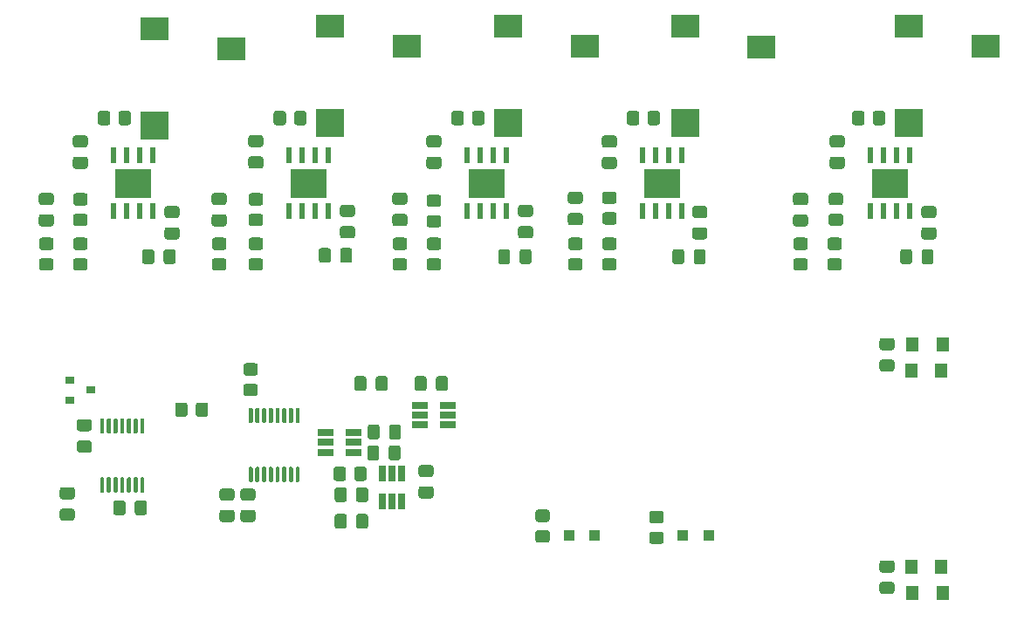
<source format=gbr>
%TF.GenerationSoftware,KiCad,Pcbnew,(5.1.6)-1*%
%TF.CreationDate,2020-11-12T20:03:02-08:00*%
%TF.ProjectId,piezodriver,7069657a-6f64-4726-9976-65722e6b6963,rev?*%
%TF.SameCoordinates,Original*%
%TF.FileFunction,Paste,Top*%
%TF.FilePolarity,Positive*%
%FSLAX46Y46*%
G04 Gerber Fmt 4.6, Leading zero omitted, Abs format (unit mm)*
G04 Created by KiCad (PCBNEW (5.1.6)-1) date 2020-11-12 20:03:02*
%MOMM*%
%LPD*%
G01*
G04 APERTURE LIST*
%ADD10C,0.010000*%
%ADD11R,0.600000X1.550000*%
%ADD12R,1.560000X0.650000*%
%ADD13R,0.650000X1.560000*%
%ADD14R,0.900000X0.800000*%
%ADD15R,2.800000X2.800000*%
%ADD16R,2.800000X2.200000*%
%ADD17R,1.000000X1.000000*%
%ADD18R,1.300000X1.400000*%
G04 APERTURE END LIST*
D10*
%TO.C,U10*%
G36*
X285066000Y-28279000D02*
G01*
X285066000Y-25569000D01*
X288466000Y-25569000D01*
X288466000Y-28279000D01*
X285066000Y-28279000D01*
G37*
X285066000Y-28279000D02*
X285066000Y-25569000D01*
X288466000Y-25569000D01*
X288466000Y-28279000D01*
X285066000Y-28279000D01*
%TO.C,U11*%
G36*
X262968000Y-28279000D02*
G01*
X262968000Y-25569000D01*
X266368000Y-25569000D01*
X266368000Y-28279000D01*
X262968000Y-28279000D01*
G37*
X262968000Y-28279000D02*
X262968000Y-25569000D01*
X266368000Y-25569000D01*
X266368000Y-28279000D01*
X262968000Y-28279000D01*
%TO.C,U9*%
G36*
X245950000Y-28279000D02*
G01*
X245950000Y-25569000D01*
X249350000Y-25569000D01*
X249350000Y-28279000D01*
X245950000Y-28279000D01*
G37*
X245950000Y-28279000D02*
X245950000Y-25569000D01*
X249350000Y-25569000D01*
X249350000Y-28279000D01*
X245950000Y-28279000D01*
%TO.C,U8*%
G36*
X228678000Y-28279000D02*
G01*
X228678000Y-25569000D01*
X232078000Y-25569000D01*
X232078000Y-28279000D01*
X228678000Y-28279000D01*
G37*
X228678000Y-28279000D02*
X228678000Y-25569000D01*
X232078000Y-25569000D01*
X232078000Y-28279000D01*
X228678000Y-28279000D01*
%TO.C,U7*%
G36*
X211660000Y-28279000D02*
G01*
X211660000Y-25569000D01*
X215060000Y-25569000D01*
X215060000Y-28279000D01*
X211660000Y-28279000D01*
G37*
X211660000Y-28279000D02*
X211660000Y-25569000D01*
X215060000Y-25569000D01*
X215060000Y-28279000D01*
X211660000Y-28279000D01*
%TD*%
D11*
%TO.C,U10*%
X284861000Y-24224000D03*
X286131000Y-24224000D03*
X287401000Y-24224000D03*
X288671000Y-24224000D03*
X288671000Y-29624000D03*
X287401000Y-29624000D03*
X286131000Y-29624000D03*
X284861000Y-29624000D03*
%TD*%
%TO.C,U11*%
X262763000Y-24224000D03*
X264033000Y-24224000D03*
X265303000Y-24224000D03*
X266573000Y-24224000D03*
X266573000Y-29624000D03*
X265303000Y-29624000D03*
X264033000Y-29624000D03*
X262763000Y-29624000D03*
%TD*%
%TO.C,U9*%
X245745000Y-24224000D03*
X247015000Y-24224000D03*
X248285000Y-24224000D03*
X249555000Y-24224000D03*
X249555000Y-29624000D03*
X248285000Y-29624000D03*
X247015000Y-29624000D03*
X245745000Y-29624000D03*
%TD*%
%TO.C,U8*%
X228473000Y-24224000D03*
X229743000Y-24224000D03*
X231013000Y-24224000D03*
X232283000Y-24224000D03*
X232283000Y-29624000D03*
X231013000Y-29624000D03*
X229743000Y-29624000D03*
X228473000Y-29624000D03*
%TD*%
%TO.C,U7*%
X211455000Y-24224000D03*
X212725000Y-24224000D03*
X213995000Y-24224000D03*
X215265000Y-24224000D03*
X215265000Y-29624000D03*
X213995000Y-29624000D03*
X212725000Y-29624000D03*
X211455000Y-29624000D03*
%TD*%
D12*
%TO.C,U6*%
X234776000Y-52070000D03*
X234776000Y-51120000D03*
X234776000Y-53020000D03*
X232076000Y-53020000D03*
X232076000Y-52070000D03*
X232076000Y-51120000D03*
%TD*%
%TO.C,C40*%
G36*
G01*
X238172500Y-53561000D02*
X238172500Y-52611000D01*
G75*
G02*
X238422500Y-52361000I250000J0D01*
G01*
X239097500Y-52361000D01*
G75*
G02*
X239347500Y-52611000I0J-250000D01*
G01*
X239347500Y-53561000D01*
G75*
G02*
X239097500Y-53811000I-250000J0D01*
G01*
X238422500Y-53811000D01*
G75*
G02*
X238172500Y-53561000I0J250000D01*
G01*
G37*
G36*
G01*
X236097500Y-53561000D02*
X236097500Y-52611000D01*
G75*
G02*
X236347500Y-52361000I250000J0D01*
G01*
X237022500Y-52361000D01*
G75*
G02*
X237272500Y-52611000I0J-250000D01*
G01*
X237272500Y-53561000D01*
G75*
G02*
X237022500Y-53811000I-250000J0D01*
G01*
X236347500Y-53811000D01*
G75*
G02*
X236097500Y-53561000I0J250000D01*
G01*
G37*
%TD*%
%TO.C,C19*%
G36*
G01*
X237315500Y-50579000D02*
X237315500Y-51529000D01*
G75*
G02*
X237065500Y-51779000I-250000J0D01*
G01*
X236390500Y-51779000D01*
G75*
G02*
X236140500Y-51529000I0J250000D01*
G01*
X236140500Y-50579000D01*
G75*
G02*
X236390500Y-50329000I250000J0D01*
G01*
X237065500Y-50329000D01*
G75*
G02*
X237315500Y-50579000I0J-250000D01*
G01*
G37*
G36*
G01*
X239390500Y-50579000D02*
X239390500Y-51529000D01*
G75*
G02*
X239140500Y-51779000I-250000J0D01*
G01*
X238465500Y-51779000D01*
G75*
G02*
X238215500Y-51529000I0J250000D01*
G01*
X238215500Y-50579000D01*
G75*
G02*
X238465500Y-50329000I250000J0D01*
G01*
X239140500Y-50329000D01*
G75*
G02*
X239390500Y-50579000I0J-250000D01*
G01*
G37*
%TD*%
%TO.C,R25*%
G36*
G01*
X259137999Y-29721000D02*
X260038001Y-29721000D01*
G75*
G02*
X260288000Y-29970999I0J-249999D01*
G01*
X260288000Y-30671001D01*
G75*
G02*
X260038001Y-30921000I-249999J0D01*
G01*
X259137999Y-30921000D01*
G75*
G02*
X258888000Y-30671001I0J249999D01*
G01*
X258888000Y-29970999D01*
G75*
G02*
X259137999Y-29721000I249999J0D01*
G01*
G37*
G36*
G01*
X259137999Y-27721000D02*
X260038001Y-27721000D01*
G75*
G02*
X260288000Y-27970999I0J-249999D01*
G01*
X260288000Y-28671001D01*
G75*
G02*
X260038001Y-28921000I-249999J0D01*
G01*
X259137999Y-28921000D01*
G75*
G02*
X258888000Y-28671001I0J249999D01*
G01*
X258888000Y-27970999D01*
G75*
G02*
X259137999Y-27721000I249999J0D01*
G01*
G37*
%TD*%
%TO.C,R24*%
G36*
G01*
X255835999Y-34182000D02*
X256736001Y-34182000D01*
G75*
G02*
X256986000Y-34431999I0J-249999D01*
G01*
X256986000Y-35132001D01*
G75*
G02*
X256736001Y-35382000I-249999J0D01*
G01*
X255835999Y-35382000D01*
G75*
G02*
X255586000Y-35132001I0J249999D01*
G01*
X255586000Y-34431999D01*
G75*
G02*
X255835999Y-34182000I249999J0D01*
G01*
G37*
G36*
G01*
X255835999Y-32182000D02*
X256736001Y-32182000D01*
G75*
G02*
X256986000Y-32431999I0J-249999D01*
G01*
X256986000Y-33132001D01*
G75*
G02*
X256736001Y-33382000I-249999J0D01*
G01*
X255835999Y-33382000D01*
G75*
G02*
X255586000Y-33132001I0J249999D01*
G01*
X255586000Y-32431999D01*
G75*
G02*
X255835999Y-32182000I249999J0D01*
G01*
G37*
%TD*%
%TO.C,R23*%
G36*
G01*
X262490000Y-20123999D02*
X262490000Y-21024001D01*
G75*
G02*
X262240001Y-21274000I-249999J0D01*
G01*
X261539999Y-21274000D01*
G75*
G02*
X261290000Y-21024001I0J249999D01*
G01*
X261290000Y-20123999D01*
G75*
G02*
X261539999Y-19874000I249999J0D01*
G01*
X262240001Y-19874000D01*
G75*
G02*
X262490000Y-20123999I0J-249999D01*
G01*
G37*
G36*
G01*
X264490000Y-20123999D02*
X264490000Y-21024001D01*
G75*
G02*
X264240001Y-21274000I-249999J0D01*
G01*
X263539999Y-21274000D01*
G75*
G02*
X263290000Y-21024001I0J249999D01*
G01*
X263290000Y-20123999D01*
G75*
G02*
X263539999Y-19874000I249999J0D01*
G01*
X264240001Y-19874000D01*
G75*
G02*
X264490000Y-20123999I0J-249999D01*
G01*
G37*
%TD*%
%TO.C,R22*%
G36*
G01*
X259137999Y-34182000D02*
X260038001Y-34182000D01*
G75*
G02*
X260288000Y-34431999I0J-249999D01*
G01*
X260288000Y-35132001D01*
G75*
G02*
X260038001Y-35382000I-249999J0D01*
G01*
X259137999Y-35382000D01*
G75*
G02*
X258888000Y-35132001I0J249999D01*
G01*
X258888000Y-34431999D01*
G75*
G02*
X259137999Y-34182000I249999J0D01*
G01*
G37*
G36*
G01*
X259137999Y-32182000D02*
X260038001Y-32182000D01*
G75*
G02*
X260288000Y-32431999I0J-249999D01*
G01*
X260288000Y-33132001D01*
G75*
G02*
X260038001Y-33382000I-249999J0D01*
G01*
X259137999Y-33382000D01*
G75*
G02*
X258888000Y-33132001I0J249999D01*
G01*
X258888000Y-32431999D01*
G75*
G02*
X259137999Y-32182000I249999J0D01*
G01*
G37*
%TD*%
%TO.C,R21*%
G36*
G01*
X281108999Y-29848000D02*
X282009001Y-29848000D01*
G75*
G02*
X282259000Y-30097999I0J-249999D01*
G01*
X282259000Y-30798001D01*
G75*
G02*
X282009001Y-31048000I-249999J0D01*
G01*
X281108999Y-31048000D01*
G75*
G02*
X280859000Y-30798001I0J249999D01*
G01*
X280859000Y-30097999D01*
G75*
G02*
X281108999Y-29848000I249999J0D01*
G01*
G37*
G36*
G01*
X281108999Y-27848000D02*
X282009001Y-27848000D01*
G75*
G02*
X282259000Y-28097999I0J-249999D01*
G01*
X282259000Y-28798001D01*
G75*
G02*
X282009001Y-29048000I-249999J0D01*
G01*
X281108999Y-29048000D01*
G75*
G02*
X280859000Y-28798001I0J249999D01*
G01*
X280859000Y-28097999D01*
G75*
G02*
X281108999Y-27848000I249999J0D01*
G01*
G37*
%TD*%
%TO.C,R20*%
G36*
G01*
X277679999Y-34182000D02*
X278580001Y-34182000D01*
G75*
G02*
X278830000Y-34431999I0J-249999D01*
G01*
X278830000Y-35132001D01*
G75*
G02*
X278580001Y-35382000I-249999J0D01*
G01*
X277679999Y-35382000D01*
G75*
G02*
X277430000Y-35132001I0J249999D01*
G01*
X277430000Y-34431999D01*
G75*
G02*
X277679999Y-34182000I249999J0D01*
G01*
G37*
G36*
G01*
X277679999Y-32182000D02*
X278580001Y-32182000D01*
G75*
G02*
X278830000Y-32431999I0J-249999D01*
G01*
X278830000Y-33132001D01*
G75*
G02*
X278580001Y-33382000I-249999J0D01*
G01*
X277679999Y-33382000D01*
G75*
G02*
X277430000Y-33132001I0J249999D01*
G01*
X277430000Y-32431999D01*
G75*
G02*
X277679999Y-32182000I249999J0D01*
G01*
G37*
%TD*%
%TO.C,R19*%
G36*
G01*
X284334000Y-20123999D02*
X284334000Y-21024001D01*
G75*
G02*
X284084001Y-21274000I-249999J0D01*
G01*
X283383999Y-21274000D01*
G75*
G02*
X283134000Y-21024001I0J249999D01*
G01*
X283134000Y-20123999D01*
G75*
G02*
X283383999Y-19874000I249999J0D01*
G01*
X284084001Y-19874000D01*
G75*
G02*
X284334000Y-20123999I0J-249999D01*
G01*
G37*
G36*
G01*
X286334000Y-20123999D02*
X286334000Y-21024001D01*
G75*
G02*
X286084001Y-21274000I-249999J0D01*
G01*
X285383999Y-21274000D01*
G75*
G02*
X285134000Y-21024001I0J249999D01*
G01*
X285134000Y-20123999D01*
G75*
G02*
X285383999Y-19874000I249999J0D01*
G01*
X286084001Y-19874000D01*
G75*
G02*
X286334000Y-20123999I0J-249999D01*
G01*
G37*
%TD*%
%TO.C,R18*%
G36*
G01*
X280981999Y-34182000D02*
X281882001Y-34182000D01*
G75*
G02*
X282132000Y-34431999I0J-249999D01*
G01*
X282132000Y-35132001D01*
G75*
G02*
X281882001Y-35382000I-249999J0D01*
G01*
X280981999Y-35382000D01*
G75*
G02*
X280732000Y-35132001I0J249999D01*
G01*
X280732000Y-34431999D01*
G75*
G02*
X280981999Y-34182000I249999J0D01*
G01*
G37*
G36*
G01*
X280981999Y-32182000D02*
X281882001Y-32182000D01*
G75*
G02*
X282132000Y-32431999I0J-249999D01*
G01*
X282132000Y-33132001D01*
G75*
G02*
X281882001Y-33382000I-249999J0D01*
G01*
X280981999Y-33382000D01*
G75*
G02*
X280732000Y-33132001I0J249999D01*
G01*
X280732000Y-32431999D01*
G75*
G02*
X280981999Y-32182000I249999J0D01*
G01*
G37*
%TD*%
%TO.C,R17*%
G36*
G01*
X242119999Y-30007000D02*
X243020001Y-30007000D01*
G75*
G02*
X243270000Y-30256999I0J-249999D01*
G01*
X243270000Y-30957001D01*
G75*
G02*
X243020001Y-31207000I-249999J0D01*
G01*
X242119999Y-31207000D01*
G75*
G02*
X241870000Y-30957001I0J249999D01*
G01*
X241870000Y-30256999D01*
G75*
G02*
X242119999Y-30007000I249999J0D01*
G01*
G37*
G36*
G01*
X242119999Y-28007000D02*
X243020001Y-28007000D01*
G75*
G02*
X243270000Y-28256999I0J-249999D01*
G01*
X243270000Y-28957001D01*
G75*
G02*
X243020001Y-29207000I-249999J0D01*
G01*
X242119999Y-29207000D01*
G75*
G02*
X241870000Y-28957001I0J249999D01*
G01*
X241870000Y-28256999D01*
G75*
G02*
X242119999Y-28007000I249999J0D01*
G01*
G37*
%TD*%
%TO.C,R16*%
G36*
G01*
X238817999Y-34182000D02*
X239718001Y-34182000D01*
G75*
G02*
X239968000Y-34431999I0J-249999D01*
G01*
X239968000Y-35132001D01*
G75*
G02*
X239718001Y-35382000I-249999J0D01*
G01*
X238817999Y-35382000D01*
G75*
G02*
X238568000Y-35132001I0J249999D01*
G01*
X238568000Y-34431999D01*
G75*
G02*
X238817999Y-34182000I249999J0D01*
G01*
G37*
G36*
G01*
X238817999Y-32182000D02*
X239718001Y-32182000D01*
G75*
G02*
X239968000Y-32431999I0J-249999D01*
G01*
X239968000Y-33132001D01*
G75*
G02*
X239718001Y-33382000I-249999J0D01*
G01*
X238817999Y-33382000D01*
G75*
G02*
X238568000Y-33132001I0J249999D01*
G01*
X238568000Y-32431999D01*
G75*
G02*
X238817999Y-32182000I249999J0D01*
G01*
G37*
%TD*%
%TO.C,R15*%
G36*
G01*
X245472000Y-20123999D02*
X245472000Y-21024001D01*
G75*
G02*
X245222001Y-21274000I-249999J0D01*
G01*
X244521999Y-21274000D01*
G75*
G02*
X244272000Y-21024001I0J249999D01*
G01*
X244272000Y-20123999D01*
G75*
G02*
X244521999Y-19874000I249999J0D01*
G01*
X245222001Y-19874000D01*
G75*
G02*
X245472000Y-20123999I0J-249999D01*
G01*
G37*
G36*
G01*
X247472000Y-20123999D02*
X247472000Y-21024001D01*
G75*
G02*
X247222001Y-21274000I-249999J0D01*
G01*
X246521999Y-21274000D01*
G75*
G02*
X246272000Y-21024001I0J249999D01*
G01*
X246272000Y-20123999D01*
G75*
G02*
X246521999Y-19874000I249999J0D01*
G01*
X247222001Y-19874000D01*
G75*
G02*
X247472000Y-20123999I0J-249999D01*
G01*
G37*
%TD*%
%TO.C,R14*%
G36*
G01*
X242119999Y-34182000D02*
X243020001Y-34182000D01*
G75*
G02*
X243270000Y-34431999I0J-249999D01*
G01*
X243270000Y-35132001D01*
G75*
G02*
X243020001Y-35382000I-249999J0D01*
G01*
X242119999Y-35382000D01*
G75*
G02*
X241870000Y-35132001I0J249999D01*
G01*
X241870000Y-34431999D01*
G75*
G02*
X242119999Y-34182000I249999J0D01*
G01*
G37*
G36*
G01*
X242119999Y-32182000D02*
X243020001Y-32182000D01*
G75*
G02*
X243270000Y-32431999I0J-249999D01*
G01*
X243270000Y-33132001D01*
G75*
G02*
X243020001Y-33382000I-249999J0D01*
G01*
X242119999Y-33382000D01*
G75*
G02*
X241870000Y-33132001I0J249999D01*
G01*
X241870000Y-32431999D01*
G75*
G02*
X242119999Y-32182000I249999J0D01*
G01*
G37*
%TD*%
%TO.C,R13*%
G36*
G01*
X224847999Y-29864000D02*
X225748001Y-29864000D01*
G75*
G02*
X225998000Y-30113999I0J-249999D01*
G01*
X225998000Y-30814001D01*
G75*
G02*
X225748001Y-31064000I-249999J0D01*
G01*
X224847999Y-31064000D01*
G75*
G02*
X224598000Y-30814001I0J249999D01*
G01*
X224598000Y-30113999D01*
G75*
G02*
X224847999Y-29864000I249999J0D01*
G01*
G37*
G36*
G01*
X224847999Y-27864000D02*
X225748001Y-27864000D01*
G75*
G02*
X225998000Y-28113999I0J-249999D01*
G01*
X225998000Y-28814001D01*
G75*
G02*
X225748001Y-29064000I-249999J0D01*
G01*
X224847999Y-29064000D01*
G75*
G02*
X224598000Y-28814001I0J249999D01*
G01*
X224598000Y-28113999D01*
G75*
G02*
X224847999Y-27864000I249999J0D01*
G01*
G37*
%TD*%
%TO.C,R12*%
G36*
G01*
X221291999Y-34182000D02*
X222192001Y-34182000D01*
G75*
G02*
X222442000Y-34431999I0J-249999D01*
G01*
X222442000Y-35132001D01*
G75*
G02*
X222192001Y-35382000I-249999J0D01*
G01*
X221291999Y-35382000D01*
G75*
G02*
X221042000Y-35132001I0J249999D01*
G01*
X221042000Y-34431999D01*
G75*
G02*
X221291999Y-34182000I249999J0D01*
G01*
G37*
G36*
G01*
X221291999Y-32182000D02*
X222192001Y-32182000D01*
G75*
G02*
X222442000Y-32431999I0J-249999D01*
G01*
X222442000Y-33132001D01*
G75*
G02*
X222192001Y-33382000I-249999J0D01*
G01*
X221291999Y-33382000D01*
G75*
G02*
X221042000Y-33132001I0J249999D01*
G01*
X221042000Y-32431999D01*
G75*
G02*
X221291999Y-32182000I249999J0D01*
G01*
G37*
%TD*%
%TO.C,R11*%
G36*
G01*
X228216000Y-20123999D02*
X228216000Y-21024001D01*
G75*
G02*
X227966001Y-21274000I-249999J0D01*
G01*
X227265999Y-21274000D01*
G75*
G02*
X227016000Y-21024001I0J249999D01*
G01*
X227016000Y-20123999D01*
G75*
G02*
X227265999Y-19874000I249999J0D01*
G01*
X227966001Y-19874000D01*
G75*
G02*
X228216000Y-20123999I0J-249999D01*
G01*
G37*
G36*
G01*
X230216000Y-20123999D02*
X230216000Y-21024001D01*
G75*
G02*
X229966001Y-21274000I-249999J0D01*
G01*
X229265999Y-21274000D01*
G75*
G02*
X229016000Y-21024001I0J249999D01*
G01*
X229016000Y-20123999D01*
G75*
G02*
X229265999Y-19874000I249999J0D01*
G01*
X229966001Y-19874000D01*
G75*
G02*
X230216000Y-20123999I0J-249999D01*
G01*
G37*
%TD*%
%TO.C,R10*%
G36*
G01*
X224847999Y-34182000D02*
X225748001Y-34182000D01*
G75*
G02*
X225998000Y-34431999I0J-249999D01*
G01*
X225998000Y-35132001D01*
G75*
G02*
X225748001Y-35382000I-249999J0D01*
G01*
X224847999Y-35382000D01*
G75*
G02*
X224598000Y-35132001I0J249999D01*
G01*
X224598000Y-34431999D01*
G75*
G02*
X224847999Y-34182000I249999J0D01*
G01*
G37*
G36*
G01*
X224847999Y-32182000D02*
X225748001Y-32182000D01*
G75*
G02*
X225998000Y-32431999I0J-249999D01*
G01*
X225998000Y-33132001D01*
G75*
G02*
X225748001Y-33382000I-249999J0D01*
G01*
X224847999Y-33382000D01*
G75*
G02*
X224598000Y-33132001I0J249999D01*
G01*
X224598000Y-32431999D01*
G75*
G02*
X224847999Y-32182000I249999J0D01*
G01*
G37*
%TD*%
%TO.C,R9*%
G36*
G01*
X207829999Y-29864000D02*
X208730001Y-29864000D01*
G75*
G02*
X208980000Y-30113999I0J-249999D01*
G01*
X208980000Y-30814001D01*
G75*
G02*
X208730001Y-31064000I-249999J0D01*
G01*
X207829999Y-31064000D01*
G75*
G02*
X207580000Y-30814001I0J249999D01*
G01*
X207580000Y-30113999D01*
G75*
G02*
X207829999Y-29864000I249999J0D01*
G01*
G37*
G36*
G01*
X207829999Y-27864000D02*
X208730001Y-27864000D01*
G75*
G02*
X208980000Y-28113999I0J-249999D01*
G01*
X208980000Y-28814001D01*
G75*
G02*
X208730001Y-29064000I-249999J0D01*
G01*
X207829999Y-29064000D01*
G75*
G02*
X207580000Y-28814001I0J249999D01*
G01*
X207580000Y-28113999D01*
G75*
G02*
X207829999Y-27864000I249999J0D01*
G01*
G37*
%TD*%
%TO.C,R8*%
G36*
G01*
X204527999Y-34182000D02*
X205428001Y-34182000D01*
G75*
G02*
X205678000Y-34431999I0J-249999D01*
G01*
X205678000Y-35132001D01*
G75*
G02*
X205428001Y-35382000I-249999J0D01*
G01*
X204527999Y-35382000D01*
G75*
G02*
X204278000Y-35132001I0J249999D01*
G01*
X204278000Y-34431999D01*
G75*
G02*
X204527999Y-34182000I249999J0D01*
G01*
G37*
G36*
G01*
X204527999Y-32182000D02*
X205428001Y-32182000D01*
G75*
G02*
X205678000Y-32431999I0J-249999D01*
G01*
X205678000Y-33132001D01*
G75*
G02*
X205428001Y-33382000I-249999J0D01*
G01*
X204527999Y-33382000D01*
G75*
G02*
X204278000Y-33132001I0J249999D01*
G01*
X204278000Y-32431999D01*
G75*
G02*
X204527999Y-32182000I249999J0D01*
G01*
G37*
%TD*%
%TO.C,R7*%
G36*
G01*
X211182000Y-20123999D02*
X211182000Y-21024001D01*
G75*
G02*
X210932001Y-21274000I-249999J0D01*
G01*
X210231999Y-21274000D01*
G75*
G02*
X209982000Y-21024001I0J249999D01*
G01*
X209982000Y-20123999D01*
G75*
G02*
X210231999Y-19874000I249999J0D01*
G01*
X210932001Y-19874000D01*
G75*
G02*
X211182000Y-20123999I0J-249999D01*
G01*
G37*
G36*
G01*
X213182000Y-20123999D02*
X213182000Y-21024001D01*
G75*
G02*
X212932001Y-21274000I-249999J0D01*
G01*
X212231999Y-21274000D01*
G75*
G02*
X211982000Y-21024001I0J249999D01*
G01*
X211982000Y-20123999D01*
G75*
G02*
X212231999Y-19874000I249999J0D01*
G01*
X212932001Y-19874000D01*
G75*
G02*
X213182000Y-20123999I0J-249999D01*
G01*
G37*
%TD*%
%TO.C,R6*%
G36*
G01*
X207829999Y-34182000D02*
X208730001Y-34182000D01*
G75*
G02*
X208980000Y-34431999I0J-249999D01*
G01*
X208980000Y-35132001D01*
G75*
G02*
X208730001Y-35382000I-249999J0D01*
G01*
X207829999Y-35382000D01*
G75*
G02*
X207580000Y-35132001I0J249999D01*
G01*
X207580000Y-34431999D01*
G75*
G02*
X207829999Y-34182000I249999J0D01*
G01*
G37*
G36*
G01*
X207829999Y-32182000D02*
X208730001Y-32182000D01*
G75*
G02*
X208980000Y-32431999I0J-249999D01*
G01*
X208980000Y-33132001D01*
G75*
G02*
X208730001Y-33382000I-249999J0D01*
G01*
X207829999Y-33382000D01*
G75*
G02*
X207580000Y-33132001I0J249999D01*
G01*
X207580000Y-32431999D01*
G75*
G02*
X207829999Y-32182000I249999J0D01*
G01*
G37*
%TD*%
%TO.C,C17*%
G36*
G01*
X235019000Y-60203000D02*
X235019000Y-59253000D01*
G75*
G02*
X235269000Y-59003000I250000J0D01*
G01*
X235944000Y-59003000D01*
G75*
G02*
X236194000Y-59253000I0J-250000D01*
G01*
X236194000Y-60203000D01*
G75*
G02*
X235944000Y-60453000I-250000J0D01*
G01*
X235269000Y-60453000D01*
G75*
G02*
X235019000Y-60203000I0J250000D01*
G01*
G37*
G36*
G01*
X232944000Y-60203000D02*
X232944000Y-59253000D01*
G75*
G02*
X233194000Y-59003000I250000J0D01*
G01*
X233869000Y-59003000D01*
G75*
G02*
X234119000Y-59253000I0J-250000D01*
G01*
X234119000Y-60203000D01*
G75*
G02*
X233869000Y-60453000I-250000J0D01*
G01*
X233194000Y-60453000D01*
G75*
G02*
X232944000Y-60203000I0J250000D01*
G01*
G37*
%TD*%
%TO.C,C16*%
G36*
G01*
X241333000Y-56330000D02*
X242283000Y-56330000D01*
G75*
G02*
X242533000Y-56580000I0J-250000D01*
G01*
X242533000Y-57255000D01*
G75*
G02*
X242283000Y-57505000I-250000J0D01*
G01*
X241333000Y-57505000D01*
G75*
G02*
X241083000Y-57255000I0J250000D01*
G01*
X241083000Y-56580000D01*
G75*
G02*
X241333000Y-56330000I250000J0D01*
G01*
G37*
G36*
G01*
X241333000Y-54255000D02*
X242283000Y-54255000D01*
G75*
G02*
X242533000Y-54505000I0J-250000D01*
G01*
X242533000Y-55180000D01*
G75*
G02*
X242283000Y-55430000I-250000J0D01*
G01*
X241333000Y-55430000D01*
G75*
G02*
X241083000Y-55180000I0J250000D01*
G01*
X241083000Y-54505000D01*
G75*
G02*
X241333000Y-54255000I250000J0D01*
G01*
G37*
%TD*%
%TO.C,C15*%
G36*
G01*
X235019000Y-57625000D02*
X235019000Y-56675000D01*
G75*
G02*
X235269000Y-56425000I250000J0D01*
G01*
X235944000Y-56425000D01*
G75*
G02*
X236194000Y-56675000I0J-250000D01*
G01*
X236194000Y-57625000D01*
G75*
G02*
X235944000Y-57875000I-250000J0D01*
G01*
X235269000Y-57875000D01*
G75*
G02*
X235019000Y-57625000I0J250000D01*
G01*
G37*
G36*
G01*
X232944000Y-57625000D02*
X232944000Y-56675000D01*
G75*
G02*
X233194000Y-56425000I250000J0D01*
G01*
X233869000Y-56425000D01*
G75*
G02*
X234119000Y-56675000I0J-250000D01*
G01*
X234119000Y-57625000D01*
G75*
G02*
X233869000Y-57875000I-250000J0D01*
G01*
X233194000Y-57875000D01*
G75*
G02*
X232944000Y-57625000I0J250000D01*
G01*
G37*
%TD*%
%TO.C,C14*%
G36*
G01*
X224061000Y-58616000D02*
X225011000Y-58616000D01*
G75*
G02*
X225261000Y-58866000I0J-250000D01*
G01*
X225261000Y-59541000D01*
G75*
G02*
X225011000Y-59791000I-250000J0D01*
G01*
X224061000Y-59791000D01*
G75*
G02*
X223811000Y-59541000I0J250000D01*
G01*
X223811000Y-58866000D01*
G75*
G02*
X224061000Y-58616000I250000J0D01*
G01*
G37*
G36*
G01*
X224061000Y-56541000D02*
X225011000Y-56541000D01*
G75*
G02*
X225261000Y-56791000I0J-250000D01*
G01*
X225261000Y-57466000D01*
G75*
G02*
X225011000Y-57716000I-250000J0D01*
G01*
X224061000Y-57716000D01*
G75*
G02*
X223811000Y-57466000I0J250000D01*
G01*
X223811000Y-56791000D01*
G75*
G02*
X224061000Y-56541000I250000J0D01*
G01*
G37*
%TD*%
%TO.C,C13*%
G36*
G01*
X222029000Y-58616000D02*
X222979000Y-58616000D01*
G75*
G02*
X223229000Y-58866000I0J-250000D01*
G01*
X223229000Y-59541000D01*
G75*
G02*
X222979000Y-59791000I-250000J0D01*
G01*
X222029000Y-59791000D01*
G75*
G02*
X221779000Y-59541000I0J250000D01*
G01*
X221779000Y-58866000D01*
G75*
G02*
X222029000Y-58616000I250000J0D01*
G01*
G37*
G36*
G01*
X222029000Y-56541000D02*
X222979000Y-56541000D01*
G75*
G02*
X223229000Y-56791000I0J-250000D01*
G01*
X223229000Y-57466000D01*
G75*
G02*
X222979000Y-57716000I-250000J0D01*
G01*
X222029000Y-57716000D01*
G75*
G02*
X221779000Y-57466000I0J250000D01*
G01*
X221779000Y-56791000D01*
G75*
G02*
X222029000Y-56541000I250000J0D01*
G01*
G37*
%TD*%
%TO.C,C12*%
G36*
G01*
X242766000Y-46830000D02*
X242766000Y-45880000D01*
G75*
G02*
X243016000Y-45630000I250000J0D01*
G01*
X243691000Y-45630000D01*
G75*
G02*
X243941000Y-45880000I0J-250000D01*
G01*
X243941000Y-46830000D01*
G75*
G02*
X243691000Y-47080000I-250000J0D01*
G01*
X243016000Y-47080000D01*
G75*
G02*
X242766000Y-46830000I0J250000D01*
G01*
G37*
G36*
G01*
X240691000Y-46830000D02*
X240691000Y-45880000D01*
G75*
G02*
X240941000Y-45630000I250000J0D01*
G01*
X241616000Y-45630000D01*
G75*
G02*
X241866000Y-45880000I0J-250000D01*
G01*
X241866000Y-46830000D01*
G75*
G02*
X241616000Y-47080000I-250000J0D01*
G01*
X240941000Y-47080000D01*
G75*
G02*
X240691000Y-46830000I0J250000D01*
G01*
G37*
%TD*%
D13*
%TO.C,U5*%
X238506000Y-55118000D03*
X237556000Y-55118000D03*
X239456000Y-55118000D03*
X239456000Y-57818000D03*
X238506000Y-57818000D03*
X237556000Y-57818000D03*
%TD*%
%TO.C,U4*%
G36*
G01*
X224901000Y-50199000D02*
X224701000Y-50199000D01*
G75*
G02*
X224601000Y-50099000I0J100000D01*
G01*
X224601000Y-48824000D01*
G75*
G02*
X224701000Y-48724000I100000J0D01*
G01*
X224901000Y-48724000D01*
G75*
G02*
X225001000Y-48824000I0J-100000D01*
G01*
X225001000Y-50099000D01*
G75*
G02*
X224901000Y-50199000I-100000J0D01*
G01*
G37*
G36*
G01*
X225551000Y-50199000D02*
X225351000Y-50199000D01*
G75*
G02*
X225251000Y-50099000I0J100000D01*
G01*
X225251000Y-48824000D01*
G75*
G02*
X225351000Y-48724000I100000J0D01*
G01*
X225551000Y-48724000D01*
G75*
G02*
X225651000Y-48824000I0J-100000D01*
G01*
X225651000Y-50099000D01*
G75*
G02*
X225551000Y-50199000I-100000J0D01*
G01*
G37*
G36*
G01*
X226201000Y-50199000D02*
X226001000Y-50199000D01*
G75*
G02*
X225901000Y-50099000I0J100000D01*
G01*
X225901000Y-48824000D01*
G75*
G02*
X226001000Y-48724000I100000J0D01*
G01*
X226201000Y-48724000D01*
G75*
G02*
X226301000Y-48824000I0J-100000D01*
G01*
X226301000Y-50099000D01*
G75*
G02*
X226201000Y-50199000I-100000J0D01*
G01*
G37*
G36*
G01*
X226851000Y-50199000D02*
X226651000Y-50199000D01*
G75*
G02*
X226551000Y-50099000I0J100000D01*
G01*
X226551000Y-48824000D01*
G75*
G02*
X226651000Y-48724000I100000J0D01*
G01*
X226851000Y-48724000D01*
G75*
G02*
X226951000Y-48824000I0J-100000D01*
G01*
X226951000Y-50099000D01*
G75*
G02*
X226851000Y-50199000I-100000J0D01*
G01*
G37*
G36*
G01*
X227501000Y-50199000D02*
X227301000Y-50199000D01*
G75*
G02*
X227201000Y-50099000I0J100000D01*
G01*
X227201000Y-48824000D01*
G75*
G02*
X227301000Y-48724000I100000J0D01*
G01*
X227501000Y-48724000D01*
G75*
G02*
X227601000Y-48824000I0J-100000D01*
G01*
X227601000Y-50099000D01*
G75*
G02*
X227501000Y-50199000I-100000J0D01*
G01*
G37*
G36*
G01*
X228151000Y-50199000D02*
X227951000Y-50199000D01*
G75*
G02*
X227851000Y-50099000I0J100000D01*
G01*
X227851000Y-48824000D01*
G75*
G02*
X227951000Y-48724000I100000J0D01*
G01*
X228151000Y-48724000D01*
G75*
G02*
X228251000Y-48824000I0J-100000D01*
G01*
X228251000Y-50099000D01*
G75*
G02*
X228151000Y-50199000I-100000J0D01*
G01*
G37*
G36*
G01*
X228801000Y-50199000D02*
X228601000Y-50199000D01*
G75*
G02*
X228501000Y-50099000I0J100000D01*
G01*
X228501000Y-48824000D01*
G75*
G02*
X228601000Y-48724000I100000J0D01*
G01*
X228801000Y-48724000D01*
G75*
G02*
X228901000Y-48824000I0J-100000D01*
G01*
X228901000Y-50099000D01*
G75*
G02*
X228801000Y-50199000I-100000J0D01*
G01*
G37*
G36*
G01*
X229451000Y-50199000D02*
X229251000Y-50199000D01*
G75*
G02*
X229151000Y-50099000I0J100000D01*
G01*
X229151000Y-48824000D01*
G75*
G02*
X229251000Y-48724000I100000J0D01*
G01*
X229451000Y-48724000D01*
G75*
G02*
X229551000Y-48824000I0J-100000D01*
G01*
X229551000Y-50099000D01*
G75*
G02*
X229451000Y-50199000I-100000J0D01*
G01*
G37*
G36*
G01*
X229451000Y-55924000D02*
X229251000Y-55924000D01*
G75*
G02*
X229151000Y-55824000I0J100000D01*
G01*
X229151000Y-54549000D01*
G75*
G02*
X229251000Y-54449000I100000J0D01*
G01*
X229451000Y-54449000D01*
G75*
G02*
X229551000Y-54549000I0J-100000D01*
G01*
X229551000Y-55824000D01*
G75*
G02*
X229451000Y-55924000I-100000J0D01*
G01*
G37*
G36*
G01*
X228801000Y-55924000D02*
X228601000Y-55924000D01*
G75*
G02*
X228501000Y-55824000I0J100000D01*
G01*
X228501000Y-54549000D01*
G75*
G02*
X228601000Y-54449000I100000J0D01*
G01*
X228801000Y-54449000D01*
G75*
G02*
X228901000Y-54549000I0J-100000D01*
G01*
X228901000Y-55824000D01*
G75*
G02*
X228801000Y-55924000I-100000J0D01*
G01*
G37*
G36*
G01*
X228151000Y-55924000D02*
X227951000Y-55924000D01*
G75*
G02*
X227851000Y-55824000I0J100000D01*
G01*
X227851000Y-54549000D01*
G75*
G02*
X227951000Y-54449000I100000J0D01*
G01*
X228151000Y-54449000D01*
G75*
G02*
X228251000Y-54549000I0J-100000D01*
G01*
X228251000Y-55824000D01*
G75*
G02*
X228151000Y-55924000I-100000J0D01*
G01*
G37*
G36*
G01*
X227501000Y-55924000D02*
X227301000Y-55924000D01*
G75*
G02*
X227201000Y-55824000I0J100000D01*
G01*
X227201000Y-54549000D01*
G75*
G02*
X227301000Y-54449000I100000J0D01*
G01*
X227501000Y-54449000D01*
G75*
G02*
X227601000Y-54549000I0J-100000D01*
G01*
X227601000Y-55824000D01*
G75*
G02*
X227501000Y-55924000I-100000J0D01*
G01*
G37*
G36*
G01*
X226851000Y-55924000D02*
X226651000Y-55924000D01*
G75*
G02*
X226551000Y-55824000I0J100000D01*
G01*
X226551000Y-54549000D01*
G75*
G02*
X226651000Y-54449000I100000J0D01*
G01*
X226851000Y-54449000D01*
G75*
G02*
X226951000Y-54549000I0J-100000D01*
G01*
X226951000Y-55824000D01*
G75*
G02*
X226851000Y-55924000I-100000J0D01*
G01*
G37*
G36*
G01*
X226201000Y-55924000D02*
X226001000Y-55924000D01*
G75*
G02*
X225901000Y-55824000I0J100000D01*
G01*
X225901000Y-54549000D01*
G75*
G02*
X226001000Y-54449000I100000J0D01*
G01*
X226201000Y-54449000D01*
G75*
G02*
X226301000Y-54549000I0J-100000D01*
G01*
X226301000Y-55824000D01*
G75*
G02*
X226201000Y-55924000I-100000J0D01*
G01*
G37*
G36*
G01*
X225551000Y-55924000D02*
X225351000Y-55924000D01*
G75*
G02*
X225251000Y-55824000I0J100000D01*
G01*
X225251000Y-54549000D01*
G75*
G02*
X225351000Y-54449000I100000J0D01*
G01*
X225551000Y-54449000D01*
G75*
G02*
X225651000Y-54549000I0J-100000D01*
G01*
X225651000Y-55824000D01*
G75*
G02*
X225551000Y-55924000I-100000J0D01*
G01*
G37*
G36*
G01*
X224901000Y-55924000D02*
X224701000Y-55924000D01*
G75*
G02*
X224601000Y-55824000I0J100000D01*
G01*
X224601000Y-54549000D01*
G75*
G02*
X224701000Y-54449000I100000J0D01*
G01*
X224901000Y-54449000D01*
G75*
G02*
X225001000Y-54549000I0J-100000D01*
G01*
X225001000Y-55824000D01*
G75*
G02*
X224901000Y-55924000I-100000J0D01*
G01*
G37*
%TD*%
D12*
%TO.C,U3*%
X241220000Y-49403000D03*
X241220000Y-50353000D03*
X241220000Y-48453000D03*
X243920000Y-48453000D03*
X243920000Y-49403000D03*
X243920000Y-50353000D03*
%TD*%
%TO.C,U2*%
G36*
G01*
X214194000Y-55465000D02*
X214394000Y-55465000D01*
G75*
G02*
X214494000Y-55565000I0J-100000D01*
G01*
X214494000Y-56840000D01*
G75*
G02*
X214394000Y-56940000I-100000J0D01*
G01*
X214194000Y-56940000D01*
G75*
G02*
X214094000Y-56840000I0J100000D01*
G01*
X214094000Y-55565000D01*
G75*
G02*
X214194000Y-55465000I100000J0D01*
G01*
G37*
G36*
G01*
X213544000Y-55465000D02*
X213744000Y-55465000D01*
G75*
G02*
X213844000Y-55565000I0J-100000D01*
G01*
X213844000Y-56840000D01*
G75*
G02*
X213744000Y-56940000I-100000J0D01*
G01*
X213544000Y-56940000D01*
G75*
G02*
X213444000Y-56840000I0J100000D01*
G01*
X213444000Y-55565000D01*
G75*
G02*
X213544000Y-55465000I100000J0D01*
G01*
G37*
G36*
G01*
X212894000Y-55465000D02*
X213094000Y-55465000D01*
G75*
G02*
X213194000Y-55565000I0J-100000D01*
G01*
X213194000Y-56840000D01*
G75*
G02*
X213094000Y-56940000I-100000J0D01*
G01*
X212894000Y-56940000D01*
G75*
G02*
X212794000Y-56840000I0J100000D01*
G01*
X212794000Y-55565000D01*
G75*
G02*
X212894000Y-55465000I100000J0D01*
G01*
G37*
G36*
G01*
X212244000Y-55465000D02*
X212444000Y-55465000D01*
G75*
G02*
X212544000Y-55565000I0J-100000D01*
G01*
X212544000Y-56840000D01*
G75*
G02*
X212444000Y-56940000I-100000J0D01*
G01*
X212244000Y-56940000D01*
G75*
G02*
X212144000Y-56840000I0J100000D01*
G01*
X212144000Y-55565000D01*
G75*
G02*
X212244000Y-55465000I100000J0D01*
G01*
G37*
G36*
G01*
X211594000Y-55465000D02*
X211794000Y-55465000D01*
G75*
G02*
X211894000Y-55565000I0J-100000D01*
G01*
X211894000Y-56840000D01*
G75*
G02*
X211794000Y-56940000I-100000J0D01*
G01*
X211594000Y-56940000D01*
G75*
G02*
X211494000Y-56840000I0J100000D01*
G01*
X211494000Y-55565000D01*
G75*
G02*
X211594000Y-55465000I100000J0D01*
G01*
G37*
G36*
G01*
X210944000Y-55465000D02*
X211144000Y-55465000D01*
G75*
G02*
X211244000Y-55565000I0J-100000D01*
G01*
X211244000Y-56840000D01*
G75*
G02*
X211144000Y-56940000I-100000J0D01*
G01*
X210944000Y-56940000D01*
G75*
G02*
X210844000Y-56840000I0J100000D01*
G01*
X210844000Y-55565000D01*
G75*
G02*
X210944000Y-55465000I100000J0D01*
G01*
G37*
G36*
G01*
X210294000Y-55465000D02*
X210494000Y-55465000D01*
G75*
G02*
X210594000Y-55565000I0J-100000D01*
G01*
X210594000Y-56840000D01*
G75*
G02*
X210494000Y-56940000I-100000J0D01*
G01*
X210294000Y-56940000D01*
G75*
G02*
X210194000Y-56840000I0J100000D01*
G01*
X210194000Y-55565000D01*
G75*
G02*
X210294000Y-55465000I100000J0D01*
G01*
G37*
G36*
G01*
X210294000Y-49740000D02*
X210494000Y-49740000D01*
G75*
G02*
X210594000Y-49840000I0J-100000D01*
G01*
X210594000Y-51115000D01*
G75*
G02*
X210494000Y-51215000I-100000J0D01*
G01*
X210294000Y-51215000D01*
G75*
G02*
X210194000Y-51115000I0J100000D01*
G01*
X210194000Y-49840000D01*
G75*
G02*
X210294000Y-49740000I100000J0D01*
G01*
G37*
G36*
G01*
X210944000Y-49740000D02*
X211144000Y-49740000D01*
G75*
G02*
X211244000Y-49840000I0J-100000D01*
G01*
X211244000Y-51115000D01*
G75*
G02*
X211144000Y-51215000I-100000J0D01*
G01*
X210944000Y-51215000D01*
G75*
G02*
X210844000Y-51115000I0J100000D01*
G01*
X210844000Y-49840000D01*
G75*
G02*
X210944000Y-49740000I100000J0D01*
G01*
G37*
G36*
G01*
X211594000Y-49740000D02*
X211794000Y-49740000D01*
G75*
G02*
X211894000Y-49840000I0J-100000D01*
G01*
X211894000Y-51115000D01*
G75*
G02*
X211794000Y-51215000I-100000J0D01*
G01*
X211594000Y-51215000D01*
G75*
G02*
X211494000Y-51115000I0J100000D01*
G01*
X211494000Y-49840000D01*
G75*
G02*
X211594000Y-49740000I100000J0D01*
G01*
G37*
G36*
G01*
X212244000Y-49740000D02*
X212444000Y-49740000D01*
G75*
G02*
X212544000Y-49840000I0J-100000D01*
G01*
X212544000Y-51115000D01*
G75*
G02*
X212444000Y-51215000I-100000J0D01*
G01*
X212244000Y-51215000D01*
G75*
G02*
X212144000Y-51115000I0J100000D01*
G01*
X212144000Y-49840000D01*
G75*
G02*
X212244000Y-49740000I100000J0D01*
G01*
G37*
G36*
G01*
X212894000Y-49740000D02*
X213094000Y-49740000D01*
G75*
G02*
X213194000Y-49840000I0J-100000D01*
G01*
X213194000Y-51115000D01*
G75*
G02*
X213094000Y-51215000I-100000J0D01*
G01*
X212894000Y-51215000D01*
G75*
G02*
X212794000Y-51115000I0J100000D01*
G01*
X212794000Y-49840000D01*
G75*
G02*
X212894000Y-49740000I100000J0D01*
G01*
G37*
G36*
G01*
X213544000Y-49740000D02*
X213744000Y-49740000D01*
G75*
G02*
X213844000Y-49840000I0J-100000D01*
G01*
X213844000Y-51115000D01*
G75*
G02*
X213744000Y-51215000I-100000J0D01*
G01*
X213544000Y-51215000D01*
G75*
G02*
X213444000Y-51115000I0J100000D01*
G01*
X213444000Y-49840000D01*
G75*
G02*
X213544000Y-49740000I100000J0D01*
G01*
G37*
G36*
G01*
X214194000Y-49740000D02*
X214394000Y-49740000D01*
G75*
G02*
X214494000Y-49840000I0J-100000D01*
G01*
X214494000Y-51115000D01*
G75*
G02*
X214394000Y-51215000I-100000J0D01*
G01*
X214194000Y-51215000D01*
G75*
G02*
X214094000Y-51115000I0J100000D01*
G01*
X214094000Y-49840000D01*
G75*
G02*
X214194000Y-49740000I100000J0D01*
G01*
G37*
%TD*%
D14*
%TO.C,U1*%
X209280000Y-46990000D03*
X207280000Y-47940000D03*
X207280000Y-46040000D03*
%TD*%
D15*
%TO.C,SAMPLE1*%
X288654000Y-21040000D03*
D16*
X288654000Y-11640000D03*
X296054000Y-13640000D03*
%TD*%
%TO.C,R5*%
G36*
G01*
X234842000Y-55568001D02*
X234842000Y-54667999D01*
G75*
G02*
X235091999Y-54418000I249999J0D01*
G01*
X235792001Y-54418000D01*
G75*
G02*
X236042000Y-54667999I0J-249999D01*
G01*
X236042000Y-55568001D01*
G75*
G02*
X235792001Y-55818000I-249999J0D01*
G01*
X235091999Y-55818000D01*
G75*
G02*
X234842000Y-55568001I0J249999D01*
G01*
G37*
G36*
G01*
X232842000Y-55568001D02*
X232842000Y-54667999D01*
G75*
G02*
X233091999Y-54418000I249999J0D01*
G01*
X233792001Y-54418000D01*
G75*
G02*
X234042000Y-54667999I0J-249999D01*
G01*
X234042000Y-55568001D01*
G75*
G02*
X233792001Y-55818000I-249999J0D01*
G01*
X233091999Y-55818000D01*
G75*
G02*
X232842000Y-55568001I0J249999D01*
G01*
G37*
%TD*%
%TO.C,R4*%
G36*
G01*
X219475000Y-49345001D02*
X219475000Y-48444999D01*
G75*
G02*
X219724999Y-48195000I249999J0D01*
G01*
X220425001Y-48195000D01*
G75*
G02*
X220675000Y-48444999I0J-249999D01*
G01*
X220675000Y-49345001D01*
G75*
G02*
X220425001Y-49595000I-249999J0D01*
G01*
X219724999Y-49595000D01*
G75*
G02*
X219475000Y-49345001I0J249999D01*
G01*
G37*
G36*
G01*
X217475000Y-49345001D02*
X217475000Y-48444999D01*
G75*
G02*
X217724999Y-48195000I249999J0D01*
G01*
X218425001Y-48195000D01*
G75*
G02*
X218675000Y-48444999I0J-249999D01*
G01*
X218675000Y-49345001D01*
G75*
G02*
X218425001Y-49595000I-249999J0D01*
G01*
X217724999Y-49595000D01*
G75*
G02*
X217475000Y-49345001I0J249999D01*
G01*
G37*
%TD*%
%TO.C,R3*%
G36*
G01*
X224339999Y-46374000D02*
X225240001Y-46374000D01*
G75*
G02*
X225490000Y-46623999I0J-249999D01*
G01*
X225490000Y-47324001D01*
G75*
G02*
X225240001Y-47574000I-249999J0D01*
G01*
X224339999Y-47574000D01*
G75*
G02*
X224090000Y-47324001I0J249999D01*
G01*
X224090000Y-46623999D01*
G75*
G02*
X224339999Y-46374000I249999J0D01*
G01*
G37*
G36*
G01*
X224339999Y-44374000D02*
X225240001Y-44374000D01*
G75*
G02*
X225490000Y-44623999I0J-249999D01*
G01*
X225490000Y-45324001D01*
G75*
G02*
X225240001Y-45574000I-249999J0D01*
G01*
X224339999Y-45574000D01*
G75*
G02*
X224090000Y-45324001I0J249999D01*
G01*
X224090000Y-44623999D01*
G75*
G02*
X224339999Y-44374000I249999J0D01*
G01*
G37*
%TD*%
%TO.C,R2*%
G36*
G01*
X252660999Y-60598000D02*
X253561001Y-60598000D01*
G75*
G02*
X253811000Y-60847999I0J-249999D01*
G01*
X253811000Y-61548001D01*
G75*
G02*
X253561001Y-61798000I-249999J0D01*
G01*
X252660999Y-61798000D01*
G75*
G02*
X252411000Y-61548001I0J249999D01*
G01*
X252411000Y-60847999D01*
G75*
G02*
X252660999Y-60598000I249999J0D01*
G01*
G37*
G36*
G01*
X252660999Y-58598000D02*
X253561001Y-58598000D01*
G75*
G02*
X253811000Y-58847999I0J-249999D01*
G01*
X253811000Y-59548001D01*
G75*
G02*
X253561001Y-59798000I-249999J0D01*
G01*
X252660999Y-59798000D01*
G75*
G02*
X252411000Y-59548001I0J249999D01*
G01*
X252411000Y-58847999D01*
G75*
G02*
X252660999Y-58598000I249999J0D01*
G01*
G37*
%TD*%
%TO.C,R1*%
G36*
G01*
X264610001Y-59925000D02*
X263709999Y-59925000D01*
G75*
G02*
X263460000Y-59675001I0J249999D01*
G01*
X263460000Y-58974999D01*
G75*
G02*
X263709999Y-58725000I249999J0D01*
G01*
X264610001Y-58725000D01*
G75*
G02*
X264860000Y-58974999I0J-249999D01*
G01*
X264860000Y-59675001D01*
G75*
G02*
X264610001Y-59925000I-249999J0D01*
G01*
G37*
G36*
G01*
X264610001Y-61925000D02*
X263709999Y-61925000D01*
G75*
G02*
X263460000Y-61675001I0J249999D01*
G01*
X263460000Y-60974999D01*
G75*
G02*
X263709999Y-60725000I249999J0D01*
G01*
X264610001Y-60725000D01*
G75*
G02*
X264860000Y-60974999I0J-249999D01*
G01*
X264860000Y-61675001D01*
G75*
G02*
X264610001Y-61925000I-249999J0D01*
G01*
G37*
%TD*%
D17*
%TO.C,D6*%
X255671000Y-61087000D03*
X258171000Y-61087000D03*
%TD*%
%TO.C,D5*%
X269220000Y-61087000D03*
X266720000Y-61087000D03*
%TD*%
D18*
%TO.C,D4*%
X288872000Y-64135000D03*
X291772000Y-64135000D03*
%TD*%
%TO.C,D3*%
X288872000Y-45085000D03*
X291772000Y-45085000D03*
%TD*%
%TO.C,D2*%
X291899000Y-42545000D03*
X288999000Y-42545000D03*
%TD*%
%TO.C,D1*%
X291899000Y-66675000D03*
X288999000Y-66675000D03*
%TD*%
D15*
%TO.C,CH4*%
X266954000Y-21082000D03*
D16*
X266954000Y-11682000D03*
X274354000Y-13682000D03*
%TD*%
D15*
%TO.C,CH3*%
X249792000Y-21040000D03*
D16*
X249792000Y-11640000D03*
X257192000Y-13640000D03*
%TD*%
D15*
%TO.C,CH2*%
X232520000Y-21040000D03*
D16*
X232520000Y-11640000D03*
X239920000Y-13640000D03*
%TD*%
D15*
%TO.C,CH1*%
X215502000Y-21294000D03*
D16*
X215502000Y-11894000D03*
X222902000Y-13894000D03*
%TD*%
%TO.C,C39*%
G36*
G01*
X268826000Y-30284000D02*
X267876000Y-30284000D01*
G75*
G02*
X267626000Y-30034000I0J250000D01*
G01*
X267626000Y-29359000D01*
G75*
G02*
X267876000Y-29109000I250000J0D01*
G01*
X268826000Y-29109000D01*
G75*
G02*
X269076000Y-29359000I0J-250000D01*
G01*
X269076000Y-30034000D01*
G75*
G02*
X268826000Y-30284000I-250000J0D01*
G01*
G37*
G36*
G01*
X268826000Y-32359000D02*
X267876000Y-32359000D01*
G75*
G02*
X267626000Y-32109000I0J250000D01*
G01*
X267626000Y-31434000D01*
G75*
G02*
X267876000Y-31184000I250000J0D01*
G01*
X268826000Y-31184000D01*
G75*
G02*
X269076000Y-31434000I0J-250000D01*
G01*
X269076000Y-32109000D01*
G75*
G02*
X268826000Y-32359000I-250000J0D01*
G01*
G37*
%TD*%
%TO.C,C38*%
G36*
G01*
X259113000Y-24347500D02*
X260063000Y-24347500D01*
G75*
G02*
X260313000Y-24597500I0J-250000D01*
G01*
X260313000Y-25272500D01*
G75*
G02*
X260063000Y-25522500I-250000J0D01*
G01*
X259113000Y-25522500D01*
G75*
G02*
X258863000Y-25272500I0J250000D01*
G01*
X258863000Y-24597500D01*
G75*
G02*
X259113000Y-24347500I250000J0D01*
G01*
G37*
G36*
G01*
X259113000Y-22272500D02*
X260063000Y-22272500D01*
G75*
G02*
X260313000Y-22522500I0J-250000D01*
G01*
X260313000Y-23197500D01*
G75*
G02*
X260063000Y-23447500I-250000J0D01*
G01*
X259113000Y-23447500D01*
G75*
G02*
X258863000Y-23197500I0J250000D01*
G01*
X258863000Y-22522500D01*
G75*
G02*
X259113000Y-22272500I250000J0D01*
G01*
G37*
%TD*%
%TO.C,C37*%
G36*
G01*
X267763500Y-34511000D02*
X267763500Y-33561000D01*
G75*
G02*
X268013500Y-33311000I250000J0D01*
G01*
X268688500Y-33311000D01*
G75*
G02*
X268938500Y-33561000I0J-250000D01*
G01*
X268938500Y-34511000D01*
G75*
G02*
X268688500Y-34761000I-250000J0D01*
G01*
X268013500Y-34761000D01*
G75*
G02*
X267763500Y-34511000I0J250000D01*
G01*
G37*
G36*
G01*
X265688500Y-34511000D02*
X265688500Y-33561000D01*
G75*
G02*
X265938500Y-33311000I250000J0D01*
G01*
X266613500Y-33311000D01*
G75*
G02*
X266863500Y-33561000I0J-250000D01*
G01*
X266863500Y-34511000D01*
G75*
G02*
X266613500Y-34761000I-250000J0D01*
G01*
X265938500Y-34761000D01*
G75*
G02*
X265688500Y-34511000I0J250000D01*
G01*
G37*
%TD*%
%TO.C,C36*%
G36*
G01*
X255811000Y-29808500D02*
X256761000Y-29808500D01*
G75*
G02*
X257011000Y-30058500I0J-250000D01*
G01*
X257011000Y-30733500D01*
G75*
G02*
X256761000Y-30983500I-250000J0D01*
G01*
X255811000Y-30983500D01*
G75*
G02*
X255561000Y-30733500I0J250000D01*
G01*
X255561000Y-30058500D01*
G75*
G02*
X255811000Y-29808500I250000J0D01*
G01*
G37*
G36*
G01*
X255811000Y-27733500D02*
X256761000Y-27733500D01*
G75*
G02*
X257011000Y-27983500I0J-250000D01*
G01*
X257011000Y-28658500D01*
G75*
G02*
X256761000Y-28908500I-250000J0D01*
G01*
X255811000Y-28908500D01*
G75*
G02*
X255561000Y-28658500I0J250000D01*
G01*
X255561000Y-27983500D01*
G75*
G02*
X255811000Y-27733500I250000J0D01*
G01*
G37*
%TD*%
%TO.C,C35*%
G36*
G01*
X291051000Y-30284000D02*
X290101000Y-30284000D01*
G75*
G02*
X289851000Y-30034000I0J250000D01*
G01*
X289851000Y-29359000D01*
G75*
G02*
X290101000Y-29109000I250000J0D01*
G01*
X291051000Y-29109000D01*
G75*
G02*
X291301000Y-29359000I0J-250000D01*
G01*
X291301000Y-30034000D01*
G75*
G02*
X291051000Y-30284000I-250000J0D01*
G01*
G37*
G36*
G01*
X291051000Y-32359000D02*
X290101000Y-32359000D01*
G75*
G02*
X289851000Y-32109000I0J250000D01*
G01*
X289851000Y-31434000D01*
G75*
G02*
X290101000Y-31184000I250000J0D01*
G01*
X291051000Y-31184000D01*
G75*
G02*
X291301000Y-31434000I0J-250000D01*
G01*
X291301000Y-32109000D01*
G75*
G02*
X291051000Y-32359000I-250000J0D01*
G01*
G37*
%TD*%
%TO.C,C34*%
G36*
G01*
X281211000Y-24326000D02*
X282161000Y-24326000D01*
G75*
G02*
X282411000Y-24576000I0J-250000D01*
G01*
X282411000Y-25251000D01*
G75*
G02*
X282161000Y-25501000I-250000J0D01*
G01*
X281211000Y-25501000D01*
G75*
G02*
X280961000Y-25251000I0J250000D01*
G01*
X280961000Y-24576000D01*
G75*
G02*
X281211000Y-24326000I250000J0D01*
G01*
G37*
G36*
G01*
X281211000Y-22251000D02*
X282161000Y-22251000D01*
G75*
G02*
X282411000Y-22501000I0J-250000D01*
G01*
X282411000Y-23176000D01*
G75*
G02*
X282161000Y-23426000I-250000J0D01*
G01*
X281211000Y-23426000D01*
G75*
G02*
X280961000Y-23176000I0J250000D01*
G01*
X280961000Y-22501000D01*
G75*
G02*
X281211000Y-22251000I250000J0D01*
G01*
G37*
%TD*%
%TO.C,C33*%
G36*
G01*
X289861500Y-34511000D02*
X289861500Y-33561000D01*
G75*
G02*
X290111500Y-33311000I250000J0D01*
G01*
X290786500Y-33311000D01*
G75*
G02*
X291036500Y-33561000I0J-250000D01*
G01*
X291036500Y-34511000D01*
G75*
G02*
X290786500Y-34761000I-250000J0D01*
G01*
X290111500Y-34761000D01*
G75*
G02*
X289861500Y-34511000I0J250000D01*
G01*
G37*
G36*
G01*
X287786500Y-34511000D02*
X287786500Y-33561000D01*
G75*
G02*
X288036500Y-33311000I250000J0D01*
G01*
X288711500Y-33311000D01*
G75*
G02*
X288961500Y-33561000I0J-250000D01*
G01*
X288961500Y-34511000D01*
G75*
G02*
X288711500Y-34761000I-250000J0D01*
G01*
X288036500Y-34761000D01*
G75*
G02*
X287786500Y-34511000I0J250000D01*
G01*
G37*
%TD*%
%TO.C,C32*%
G36*
G01*
X277655000Y-29935500D02*
X278605000Y-29935500D01*
G75*
G02*
X278855000Y-30185500I0J-250000D01*
G01*
X278855000Y-30860500D01*
G75*
G02*
X278605000Y-31110500I-250000J0D01*
G01*
X277655000Y-31110500D01*
G75*
G02*
X277405000Y-30860500I0J250000D01*
G01*
X277405000Y-30185500D01*
G75*
G02*
X277655000Y-29935500I250000J0D01*
G01*
G37*
G36*
G01*
X277655000Y-27860500D02*
X278605000Y-27860500D01*
G75*
G02*
X278855000Y-28110500I0J-250000D01*
G01*
X278855000Y-28785500D01*
G75*
G02*
X278605000Y-29035500I-250000J0D01*
G01*
X277655000Y-29035500D01*
G75*
G02*
X277405000Y-28785500I0J250000D01*
G01*
X277405000Y-28110500D01*
G75*
G02*
X277655000Y-27860500I250000J0D01*
G01*
G37*
%TD*%
%TO.C,C31*%
G36*
G01*
X251935000Y-30178500D02*
X250985000Y-30178500D01*
G75*
G02*
X250735000Y-29928500I0J250000D01*
G01*
X250735000Y-29253500D01*
G75*
G02*
X250985000Y-29003500I250000J0D01*
G01*
X251935000Y-29003500D01*
G75*
G02*
X252185000Y-29253500I0J-250000D01*
G01*
X252185000Y-29928500D01*
G75*
G02*
X251935000Y-30178500I-250000J0D01*
G01*
G37*
G36*
G01*
X251935000Y-32253500D02*
X250985000Y-32253500D01*
G75*
G02*
X250735000Y-32003500I0J250000D01*
G01*
X250735000Y-31328500D01*
G75*
G02*
X250985000Y-31078500I250000J0D01*
G01*
X251935000Y-31078500D01*
G75*
G02*
X252185000Y-31328500I0J-250000D01*
G01*
X252185000Y-32003500D01*
G75*
G02*
X251935000Y-32253500I-250000J0D01*
G01*
G37*
%TD*%
%TO.C,C30*%
G36*
G01*
X242095000Y-24326000D02*
X243045000Y-24326000D01*
G75*
G02*
X243295000Y-24576000I0J-250000D01*
G01*
X243295000Y-25251000D01*
G75*
G02*
X243045000Y-25501000I-250000J0D01*
G01*
X242095000Y-25501000D01*
G75*
G02*
X241845000Y-25251000I0J250000D01*
G01*
X241845000Y-24576000D01*
G75*
G02*
X242095000Y-24326000I250000J0D01*
G01*
G37*
G36*
G01*
X242095000Y-22251000D02*
X243045000Y-22251000D01*
G75*
G02*
X243295000Y-22501000I0J-250000D01*
G01*
X243295000Y-23176000D01*
G75*
G02*
X243045000Y-23426000I-250000J0D01*
G01*
X242095000Y-23426000D01*
G75*
G02*
X241845000Y-23176000I0J250000D01*
G01*
X241845000Y-22501000D01*
G75*
G02*
X242095000Y-22251000I250000J0D01*
G01*
G37*
%TD*%
%TO.C,C29*%
G36*
G01*
X250872500Y-34511000D02*
X250872500Y-33561000D01*
G75*
G02*
X251122500Y-33311000I250000J0D01*
G01*
X251797500Y-33311000D01*
G75*
G02*
X252047500Y-33561000I0J-250000D01*
G01*
X252047500Y-34511000D01*
G75*
G02*
X251797500Y-34761000I-250000J0D01*
G01*
X251122500Y-34761000D01*
G75*
G02*
X250872500Y-34511000I0J250000D01*
G01*
G37*
G36*
G01*
X248797500Y-34511000D02*
X248797500Y-33561000D01*
G75*
G02*
X249047500Y-33311000I250000J0D01*
G01*
X249722500Y-33311000D01*
G75*
G02*
X249972500Y-33561000I0J-250000D01*
G01*
X249972500Y-34511000D01*
G75*
G02*
X249722500Y-34761000I-250000J0D01*
G01*
X249047500Y-34761000D01*
G75*
G02*
X248797500Y-34511000I0J250000D01*
G01*
G37*
%TD*%
%TO.C,C28*%
G36*
G01*
X238793000Y-29892500D02*
X239743000Y-29892500D01*
G75*
G02*
X239993000Y-30142500I0J-250000D01*
G01*
X239993000Y-30817500D01*
G75*
G02*
X239743000Y-31067500I-250000J0D01*
G01*
X238793000Y-31067500D01*
G75*
G02*
X238543000Y-30817500I0J250000D01*
G01*
X238543000Y-30142500D01*
G75*
G02*
X238793000Y-29892500I250000J0D01*
G01*
G37*
G36*
G01*
X238793000Y-27817500D02*
X239743000Y-27817500D01*
G75*
G02*
X239993000Y-28067500I0J-250000D01*
G01*
X239993000Y-28742500D01*
G75*
G02*
X239743000Y-28992500I-250000J0D01*
G01*
X238793000Y-28992500D01*
G75*
G02*
X238543000Y-28742500I0J250000D01*
G01*
X238543000Y-28067500D01*
G75*
G02*
X238793000Y-27817500I250000J0D01*
G01*
G37*
%TD*%
%TO.C,C27*%
G36*
G01*
X234663000Y-30178500D02*
X233713000Y-30178500D01*
G75*
G02*
X233463000Y-29928500I0J250000D01*
G01*
X233463000Y-29253500D01*
G75*
G02*
X233713000Y-29003500I250000J0D01*
G01*
X234663000Y-29003500D01*
G75*
G02*
X234913000Y-29253500I0J-250000D01*
G01*
X234913000Y-29928500D01*
G75*
G02*
X234663000Y-30178500I-250000J0D01*
G01*
G37*
G36*
G01*
X234663000Y-32253500D02*
X233713000Y-32253500D01*
G75*
G02*
X233463000Y-32003500I0J250000D01*
G01*
X233463000Y-31328500D01*
G75*
G02*
X233713000Y-31078500I250000J0D01*
G01*
X234663000Y-31078500D01*
G75*
G02*
X234913000Y-31328500I0J-250000D01*
G01*
X234913000Y-32003500D01*
G75*
G02*
X234663000Y-32253500I-250000J0D01*
G01*
G37*
%TD*%
%TO.C,C26*%
G36*
G01*
X224823000Y-24304500D02*
X225773000Y-24304500D01*
G75*
G02*
X226023000Y-24554500I0J-250000D01*
G01*
X226023000Y-25229500D01*
G75*
G02*
X225773000Y-25479500I-250000J0D01*
G01*
X224823000Y-25479500D01*
G75*
G02*
X224573000Y-25229500I0J250000D01*
G01*
X224573000Y-24554500D01*
G75*
G02*
X224823000Y-24304500I250000J0D01*
G01*
G37*
G36*
G01*
X224823000Y-22229500D02*
X225773000Y-22229500D01*
G75*
G02*
X226023000Y-22479500I0J-250000D01*
G01*
X226023000Y-23154500D01*
G75*
G02*
X225773000Y-23404500I-250000J0D01*
G01*
X224823000Y-23404500D01*
G75*
G02*
X224573000Y-23154500I0J250000D01*
G01*
X224573000Y-22479500D01*
G75*
G02*
X224823000Y-22229500I250000J0D01*
G01*
G37*
%TD*%
%TO.C,C25*%
G36*
G01*
X233473500Y-34384000D02*
X233473500Y-33434000D01*
G75*
G02*
X233723500Y-33184000I250000J0D01*
G01*
X234398500Y-33184000D01*
G75*
G02*
X234648500Y-33434000I0J-250000D01*
G01*
X234648500Y-34384000D01*
G75*
G02*
X234398500Y-34634000I-250000J0D01*
G01*
X233723500Y-34634000D01*
G75*
G02*
X233473500Y-34384000I0J250000D01*
G01*
G37*
G36*
G01*
X231398500Y-34384000D02*
X231398500Y-33434000D01*
G75*
G02*
X231648500Y-33184000I250000J0D01*
G01*
X232323500Y-33184000D01*
G75*
G02*
X232573500Y-33434000I0J-250000D01*
G01*
X232573500Y-34384000D01*
G75*
G02*
X232323500Y-34634000I-250000J0D01*
G01*
X231648500Y-34634000D01*
G75*
G02*
X231398500Y-34384000I0J250000D01*
G01*
G37*
%TD*%
%TO.C,C24*%
G36*
G01*
X221267000Y-29914000D02*
X222217000Y-29914000D01*
G75*
G02*
X222467000Y-30164000I0J-250000D01*
G01*
X222467000Y-30839000D01*
G75*
G02*
X222217000Y-31089000I-250000J0D01*
G01*
X221267000Y-31089000D01*
G75*
G02*
X221017000Y-30839000I0J250000D01*
G01*
X221017000Y-30164000D01*
G75*
G02*
X221267000Y-29914000I250000J0D01*
G01*
G37*
G36*
G01*
X221267000Y-27839000D02*
X222217000Y-27839000D01*
G75*
G02*
X222467000Y-28089000I0J-250000D01*
G01*
X222467000Y-28764000D01*
G75*
G02*
X222217000Y-29014000I-250000J0D01*
G01*
X221267000Y-29014000D01*
G75*
G02*
X221017000Y-28764000I0J250000D01*
G01*
X221017000Y-28089000D01*
G75*
G02*
X221267000Y-27839000I250000J0D01*
G01*
G37*
%TD*%
%TO.C,C23*%
G36*
G01*
X217645000Y-30284000D02*
X216695000Y-30284000D01*
G75*
G02*
X216445000Y-30034000I0J250000D01*
G01*
X216445000Y-29359000D01*
G75*
G02*
X216695000Y-29109000I250000J0D01*
G01*
X217645000Y-29109000D01*
G75*
G02*
X217895000Y-29359000I0J-250000D01*
G01*
X217895000Y-30034000D01*
G75*
G02*
X217645000Y-30284000I-250000J0D01*
G01*
G37*
G36*
G01*
X217645000Y-32359000D02*
X216695000Y-32359000D01*
G75*
G02*
X216445000Y-32109000I0J250000D01*
G01*
X216445000Y-31434000D01*
G75*
G02*
X216695000Y-31184000I250000J0D01*
G01*
X217645000Y-31184000D01*
G75*
G02*
X217895000Y-31434000I0J-250000D01*
G01*
X217895000Y-32109000D01*
G75*
G02*
X217645000Y-32359000I-250000J0D01*
G01*
G37*
%TD*%
%TO.C,C22*%
G36*
G01*
X207805000Y-24326000D02*
X208755000Y-24326000D01*
G75*
G02*
X209005000Y-24576000I0J-250000D01*
G01*
X209005000Y-25251000D01*
G75*
G02*
X208755000Y-25501000I-250000J0D01*
G01*
X207805000Y-25501000D01*
G75*
G02*
X207555000Y-25251000I0J250000D01*
G01*
X207555000Y-24576000D01*
G75*
G02*
X207805000Y-24326000I250000J0D01*
G01*
G37*
G36*
G01*
X207805000Y-22251000D02*
X208755000Y-22251000D01*
G75*
G02*
X209005000Y-22501000I0J-250000D01*
G01*
X209005000Y-23176000D01*
G75*
G02*
X208755000Y-23426000I-250000J0D01*
G01*
X207805000Y-23426000D01*
G75*
G02*
X207555000Y-23176000I0J250000D01*
G01*
X207555000Y-22501000D01*
G75*
G02*
X207805000Y-22251000I250000J0D01*
G01*
G37*
%TD*%
%TO.C,C21*%
G36*
G01*
X216350000Y-34511000D02*
X216350000Y-33561000D01*
G75*
G02*
X216600000Y-33311000I250000J0D01*
G01*
X217275000Y-33311000D01*
G75*
G02*
X217525000Y-33561000I0J-250000D01*
G01*
X217525000Y-34511000D01*
G75*
G02*
X217275000Y-34761000I-250000J0D01*
G01*
X216600000Y-34761000D01*
G75*
G02*
X216350000Y-34511000I0J250000D01*
G01*
G37*
G36*
G01*
X214275000Y-34511000D02*
X214275000Y-33561000D01*
G75*
G02*
X214525000Y-33311000I250000J0D01*
G01*
X215200000Y-33311000D01*
G75*
G02*
X215450000Y-33561000I0J-250000D01*
G01*
X215450000Y-34511000D01*
G75*
G02*
X215200000Y-34761000I-250000J0D01*
G01*
X214525000Y-34761000D01*
G75*
G02*
X214275000Y-34511000I0J250000D01*
G01*
G37*
%TD*%
%TO.C,C20*%
G36*
G01*
X204503000Y-29914000D02*
X205453000Y-29914000D01*
G75*
G02*
X205703000Y-30164000I0J-250000D01*
G01*
X205703000Y-30839000D01*
G75*
G02*
X205453000Y-31089000I-250000J0D01*
G01*
X204503000Y-31089000D01*
G75*
G02*
X204253000Y-30839000I0J250000D01*
G01*
X204253000Y-30164000D01*
G75*
G02*
X204503000Y-29914000I250000J0D01*
G01*
G37*
G36*
G01*
X204503000Y-27839000D02*
X205453000Y-27839000D01*
G75*
G02*
X205703000Y-28089000I0J-250000D01*
G01*
X205703000Y-28764000D01*
G75*
G02*
X205453000Y-29014000I-250000J0D01*
G01*
X204503000Y-29014000D01*
G75*
G02*
X204253000Y-28764000I0J250000D01*
G01*
X204253000Y-28089000D01*
G75*
G02*
X204503000Y-27839000I250000J0D01*
G01*
G37*
%TD*%
%TO.C,C18*%
G36*
G01*
X236924000Y-46830000D02*
X236924000Y-45880000D01*
G75*
G02*
X237174000Y-45630000I250000J0D01*
G01*
X237849000Y-45630000D01*
G75*
G02*
X238099000Y-45880000I0J-250000D01*
G01*
X238099000Y-46830000D01*
G75*
G02*
X237849000Y-47080000I-250000J0D01*
G01*
X237174000Y-47080000D01*
G75*
G02*
X236924000Y-46830000I0J250000D01*
G01*
G37*
G36*
G01*
X234849000Y-46830000D02*
X234849000Y-45880000D01*
G75*
G02*
X235099000Y-45630000I250000J0D01*
G01*
X235774000Y-45630000D01*
G75*
G02*
X236024000Y-45880000I0J-250000D01*
G01*
X236024000Y-46830000D01*
G75*
G02*
X235774000Y-47080000I-250000J0D01*
G01*
X235099000Y-47080000D01*
G75*
G02*
X234849000Y-46830000I0J250000D01*
G01*
G37*
%TD*%
%TO.C,C11*%
G36*
G01*
X212656000Y-57945000D02*
X212656000Y-58895000D01*
G75*
G02*
X212406000Y-59145000I-250000J0D01*
G01*
X211731000Y-59145000D01*
G75*
G02*
X211481000Y-58895000I0J250000D01*
G01*
X211481000Y-57945000D01*
G75*
G02*
X211731000Y-57695000I250000J0D01*
G01*
X212406000Y-57695000D01*
G75*
G02*
X212656000Y-57945000I0J-250000D01*
G01*
G37*
G36*
G01*
X214731000Y-57945000D02*
X214731000Y-58895000D01*
G75*
G02*
X214481000Y-59145000I-250000J0D01*
G01*
X213806000Y-59145000D01*
G75*
G02*
X213556000Y-58895000I0J250000D01*
G01*
X213556000Y-57945000D01*
G75*
G02*
X213806000Y-57695000I250000J0D01*
G01*
X214481000Y-57695000D01*
G75*
G02*
X214731000Y-57945000I0J-250000D01*
G01*
G37*
%TD*%
%TO.C,C8*%
G36*
G01*
X286987000Y-64701000D02*
X286037000Y-64701000D01*
G75*
G02*
X285787000Y-64451000I0J250000D01*
G01*
X285787000Y-63776000D01*
G75*
G02*
X286037000Y-63526000I250000J0D01*
G01*
X286987000Y-63526000D01*
G75*
G02*
X287237000Y-63776000I0J-250000D01*
G01*
X287237000Y-64451000D01*
G75*
G02*
X286987000Y-64701000I-250000J0D01*
G01*
G37*
G36*
G01*
X286987000Y-66776000D02*
X286037000Y-66776000D01*
G75*
G02*
X285787000Y-66526000I0J250000D01*
G01*
X285787000Y-65851000D01*
G75*
G02*
X286037000Y-65601000I250000J0D01*
G01*
X286987000Y-65601000D01*
G75*
G02*
X287237000Y-65851000I0J-250000D01*
G01*
X287237000Y-66526000D01*
G75*
G02*
X286987000Y-66776000I-250000J0D01*
G01*
G37*
%TD*%
%TO.C,C7*%
G36*
G01*
X286037000Y-44011000D02*
X286987000Y-44011000D01*
G75*
G02*
X287237000Y-44261000I0J-250000D01*
G01*
X287237000Y-44936000D01*
G75*
G02*
X286987000Y-45186000I-250000J0D01*
G01*
X286037000Y-45186000D01*
G75*
G02*
X285787000Y-44936000I0J250000D01*
G01*
X285787000Y-44261000D01*
G75*
G02*
X286037000Y-44011000I250000J0D01*
G01*
G37*
G36*
G01*
X286037000Y-41936000D02*
X286987000Y-41936000D01*
G75*
G02*
X287237000Y-42186000I0J-250000D01*
G01*
X287237000Y-42861000D01*
G75*
G02*
X286987000Y-43111000I-250000J0D01*
G01*
X286037000Y-43111000D01*
G75*
G02*
X285787000Y-42861000I0J250000D01*
G01*
X285787000Y-42186000D01*
G75*
G02*
X286037000Y-41936000I250000J0D01*
G01*
G37*
%TD*%
%TO.C,C4*%
G36*
G01*
X209136000Y-50985000D02*
X208186000Y-50985000D01*
G75*
G02*
X207936000Y-50735000I0J250000D01*
G01*
X207936000Y-50060000D01*
G75*
G02*
X208186000Y-49810000I250000J0D01*
G01*
X209136000Y-49810000D01*
G75*
G02*
X209386000Y-50060000I0J-250000D01*
G01*
X209386000Y-50735000D01*
G75*
G02*
X209136000Y-50985000I-250000J0D01*
G01*
G37*
G36*
G01*
X209136000Y-53060000D02*
X208186000Y-53060000D01*
G75*
G02*
X207936000Y-52810000I0J250000D01*
G01*
X207936000Y-52135000D01*
G75*
G02*
X208186000Y-51885000I250000J0D01*
G01*
X209136000Y-51885000D01*
G75*
G02*
X209386000Y-52135000I0J-250000D01*
G01*
X209386000Y-52810000D01*
G75*
G02*
X209136000Y-53060000I-250000J0D01*
G01*
G37*
%TD*%
%TO.C,C3*%
G36*
G01*
X207485000Y-57589000D02*
X206535000Y-57589000D01*
G75*
G02*
X206285000Y-57339000I0J250000D01*
G01*
X206285000Y-56664000D01*
G75*
G02*
X206535000Y-56414000I250000J0D01*
G01*
X207485000Y-56414000D01*
G75*
G02*
X207735000Y-56664000I0J-250000D01*
G01*
X207735000Y-57339000D01*
G75*
G02*
X207485000Y-57589000I-250000J0D01*
G01*
G37*
G36*
G01*
X207485000Y-59664000D02*
X206535000Y-59664000D01*
G75*
G02*
X206285000Y-59414000I0J250000D01*
G01*
X206285000Y-58739000D01*
G75*
G02*
X206535000Y-58489000I250000J0D01*
G01*
X207485000Y-58489000D01*
G75*
G02*
X207735000Y-58739000I0J-250000D01*
G01*
X207735000Y-59414000D01*
G75*
G02*
X207485000Y-59664000I-250000J0D01*
G01*
G37*
%TD*%
M02*

</source>
